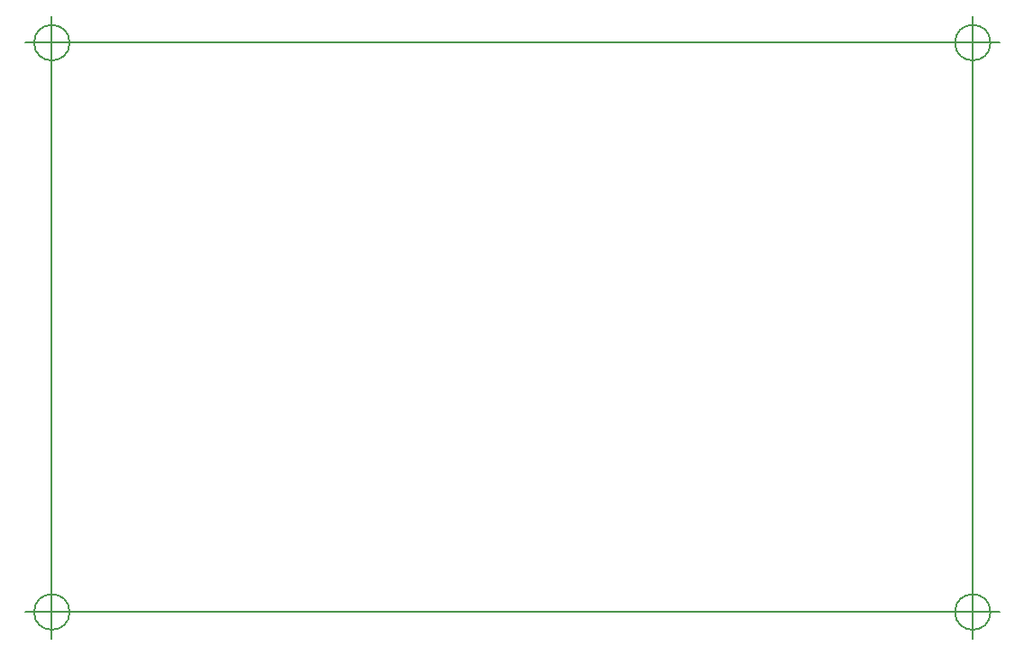
<source format=gbr>
G04 #@! TF.GenerationSoftware,KiCad,Pcbnew,(5.0.0-rc2-dev-493-gd776eaca8)*
G04 #@! TF.CreationDate,2018-05-22T09:37:47-03:00*
G04 #@! TF.ProjectId,V_AMP,565F414D502E6B696361645F70636200,1*
G04 #@! TF.SameCoordinates,PX30a32c0PY4f27ac0*
G04 #@! TF.FileFunction,Profile,NP*
%FSLAX46Y46*%
G04 Gerber Fmt 4.6, Leading zero omitted, Abs format (unit mm)*
G04 Created by KiCad (PCBNEW (5.0.0-rc2-dev-493-gd776eaca8)) date Tue May 22 09:37:47 2018*
%MOMM*%
%LPD*%
G01*
G04 APERTURE LIST*
%ADD10C,0.150000*%
G04 APERTURE END LIST*
D10*
X1666666Y53500000D02*
G75*
G03X1666666Y53500000I-1666666J0D01*
G01*
X-2500000Y53500000D02*
X2500000Y53500000D01*
X0Y56000000D02*
X0Y51000000D01*
X88166666Y53500000D02*
G75*
G03X88166666Y53500000I-1666666J0D01*
G01*
X84000000Y53500000D02*
X89000000Y53500000D01*
X86500000Y56000000D02*
X86500000Y51000000D01*
X88166666Y0D02*
G75*
G03X88166666Y0I-1666666J0D01*
G01*
X84000000Y0D02*
X89000000Y0D01*
X86500000Y2500000D02*
X86500000Y-2500000D01*
X1666666Y0D02*
G75*
G03X1666666Y0I-1666666J0D01*
G01*
X-2500000Y0D02*
X2500000Y0D01*
X0Y2500000D02*
X0Y-2500000D01*
X86500000Y0D02*
X86500000Y50000000D01*
X0Y0D02*
X0Y53500000D01*
X86500000Y0D02*
X0Y0D01*
X86500000Y53500000D02*
X86500000Y49750000D01*
X0Y53500000D02*
X86500000Y53500000D01*
M02*

</source>
